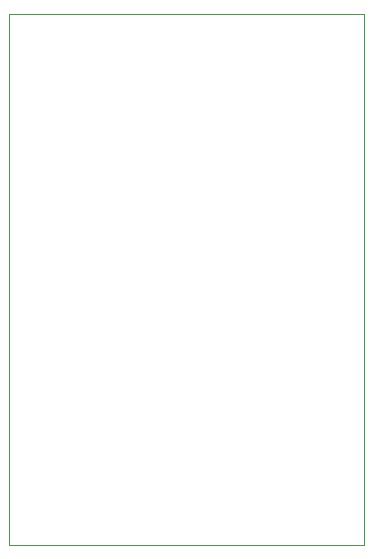
<source format=gbr>
G04 #@! TF.GenerationSoftware,KiCad,Pcbnew,(5.1.2-1)-1*
G04 #@! TF.CreationDate,2020-02-14T00:00:27-08:00*
G04 #@! TF.ProjectId,LCD,4c43442e-6b69-4636-9164-5f7063625858,rev?*
G04 #@! TF.SameCoordinates,Original*
G04 #@! TF.FileFunction,Profile,NP*
%FSLAX46Y46*%
G04 Gerber Fmt 4.6, Leading zero omitted, Abs format (unit mm)*
G04 Created by KiCad (PCBNEW (5.1.2-1)-1) date 2020-02-14 00:00:27*
%MOMM*%
%LPD*%
G04 APERTURE LIST*
%ADD10C,0.050000*%
G04 APERTURE END LIST*
D10*
X12000000Y-57000000D02*
X12000000Y-12000000D01*
X42000000Y-57000000D02*
X12000000Y-57000000D01*
X42000000Y-12000000D02*
X42000000Y-57000000D01*
X12000000Y-12000000D02*
X42000000Y-12000000D01*
M02*

</source>
